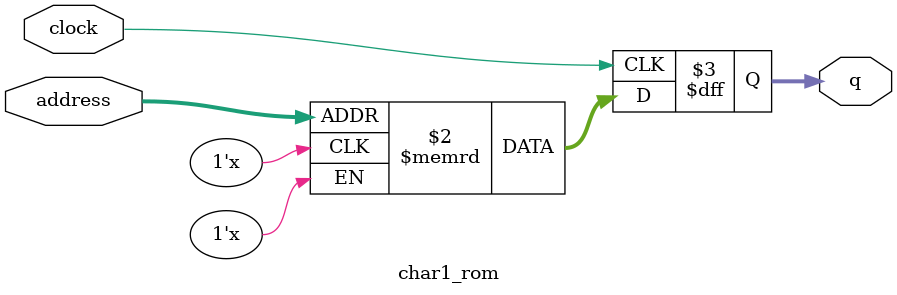
<source format=sv>
module char1_rom (
	input logic clock,
	input logic [12:0] address,
	output logic [5:0] q
);

logic [5:0] memory [0:4799] /* synthesis ram_init_file = "./char1/char1.COE" */;

always_ff @ (posedge clock) begin
	q <= memory[address];
end

endmodule

</source>
